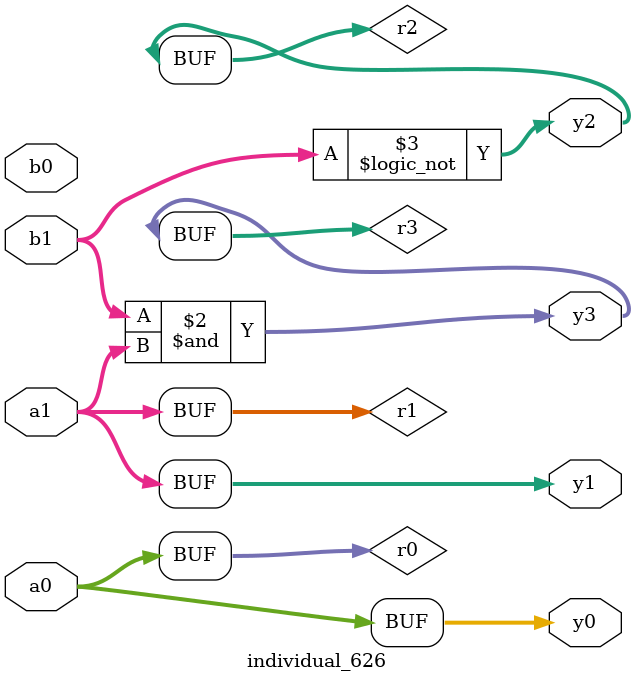
<source format=sv>
module individual_626(input logic [15:0] a1, input logic [15:0] a0, input logic [15:0] b1, input logic [15:0] b0, output logic [15:0] y3, output logic [15:0] y2, output logic [15:0] y1, output logic [15:0] y0);
logic [15:0] r0, r1, r2, r3; 
 always@(*) begin 
	 r0 = a0; r1 = a1; r2 = b0; r3 = b1; 
 	 r3  &=  a1 ;
 	 r2 = ! b1 ;
 	 y3 = r3; y2 = r2; y1 = r1; y0 = r0; 
end
endmodule
</source>
